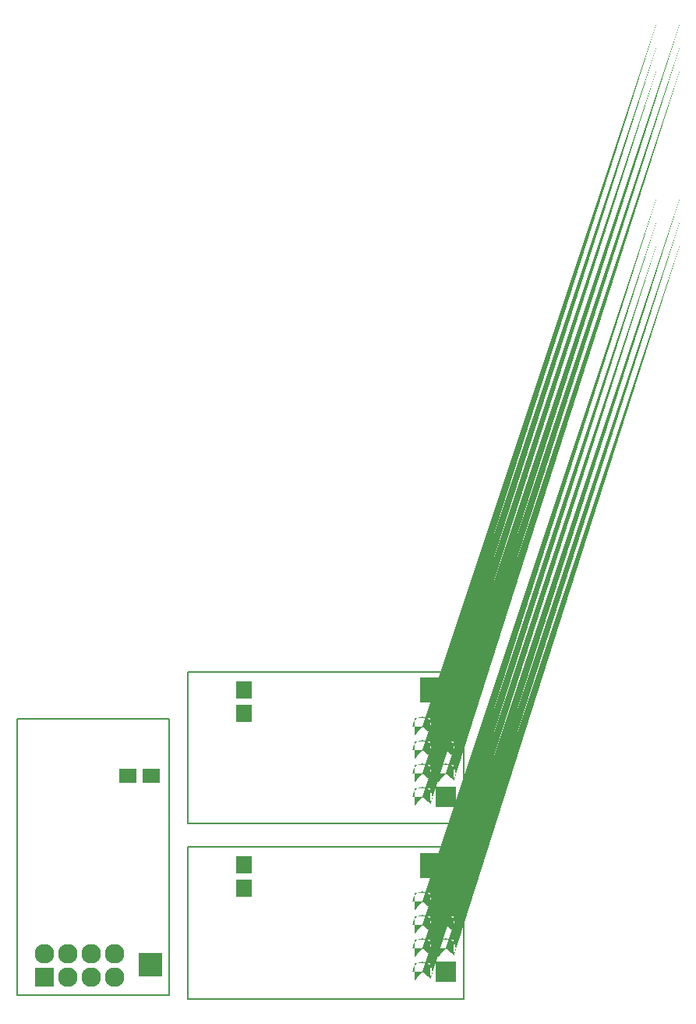
<source format=gts>
%MOIN*%
%OFA0B0*%
%FSLAX46Y46*%
%IPPOS*%
%LPD*%
%AMREC210*
4,1,3,
0.041874015748031505,-0.041874015748031505,
0.041874015748031505,0.041874015748031505,
-0.041874015748031505,0.041874015748031505,
-0.041874015748031505,-0.041874015748031505,
0*
%
%AMOBR220*
4,1,79,
-0.041874015748031505,0.0000000000000000025639592872548832,
-0.041744932132226575,0.0032853974100840932,
-0.0413584771282279,0.006550539252629513,
-0.040717033359644446,0.0097752948424071288,
-0.039824555540611241,0.012939782488865913,
-0.0386865460936616,0.016024492073366519,
-0.037310021225462529,0.019010405335550474,
-0.035703467669567425,0.021879113127239506,
-0.033876790362881666,0.024612928910955689,
-0.0318412513784328,0.027194997803306434,
-0.029609400490945358,0.029609400490945355,
-0.027194997803306434,0.0318412513784328,
-0.024612928910955692,0.033876790362881659,
-0.021879113127239495,0.035703467669567425,
-0.019010405335550474,0.037310021225462529,
-0.016024492073366519,0.0386865460936616,
-0.01293978248886591,0.039824555540611241,
-0.009775294842407127,0.040717033359644446,
-0.0065505392526295112,0.0413584771282279,
-0.00328539741008409,0.041744932132226575,
0,0.041874015748031505,
0.00328539741008409,0.041744932132226575,
0.0065505392526295095,0.0413584771282279,
0.009775294842407127,0.040717033359644446,
0.01293978248886591,0.039824555540611241,
0.016024492073366519,0.0386865460936616,
0.019010405335550474,0.037310021225462529,
0.0218791131272395,0.035703467669567425,
0.024612928910955689,0.033876790362881666,
0.027194997803306434,0.0318412513784328,
0.029609400490945355,0.029609400490945358,
0.031841251378432793,0.027194997803306437,
0.033876790362881659,0.024612928910955692,
0.035703467669567425,0.0218791131272395,
0.037310021225462529,0.019010405335550474,
0.0386865460936616,0.016024492073366519,
0.039824555540611241,0.012939782488865913,
0.040717033359644446,0.0097752948424071288,
0.0413584771282279,0.006550539252629513,
0.041744932132226575,0.0032853974100840923,
0.041874015748031505,0.0000000000000000025639592872548832,
0.041744932132226575,-0.003285397410084088,
0.0413584771282279,-0.0065505392526295078,
0.040717033359644446,-0.0097752948424071236,
0.039824555540611241,-0.012939782488865908,
0.038686546093661608,-0.016024492073366512,
0.037310021225462529,-0.01901040533555047,
0.035703467669567432,-0.0218791131272395,
0.033876790362881666,-0.024612928910955682,
0.0318412513784328,-0.02719499780330643,
0.029609400490945358,-0.029609400490945351,
0.027194997803306423,-0.0318412513784328,
0.024612928910955695,-0.033876790362881659,
0.021879113127239488,-0.035703467669567432,
0.019010405335550477,-0.037310021225462522,
0.01602449207336654,-0.038686546093661595,
0.012939782488865915,-0.039824555540611234,
0.0097752948424071132,-0.040717033359644453,
0.0065505392526295165,-0.0413584771282279,
0.0032853974100841136,-0.041744932132226575,
0.0000000000000000051279185745097657,-0.041874015748031505,
-0.0032853974100841041,-0.041744932132226575,
-0.0065505392526295052,-0.0413584771282279,
-0.0097752948424071028,-0.040717033359644453,
-0.012939782488865905,-0.039824555540611241,
-0.016024492073366529,-0.0386865460936616,
-0.01901040533555047,-0.037310021225462529,
-0.021879113127239481,-0.035703467669567439,
-0.024612928910955682,-0.033876790362881666,
-0.027194997803306441,-0.031841251378432793,
-0.029609400490945351,-0.029609400490945365,
-0.0318412513784328,-0.02719499780330643,
-0.033876790362881652,-0.024612928910955695,
-0.035703467669567432,-0.021879113127239488,
-0.037310021225462522,-0.019010405335550481,
-0.038686546093661595,-0.016024492073366543,
-0.039824555540611234,-0.012939782488865917,
-0.040717033359644453,-0.0097752948424071166,
-0.0413584771282279,-0.0065505392526295182,
-0.041744932132226575,-0.0032853974100841166,
0*
%
%AMREC230*
4,1,3,
0.032480314960629919,-0.037401574803149609,
0.032480314960629926,0.037401574803149609,
-0.032480314960629919,0.037401574803149609,
-0.032480314960629926,-0.037401574803149609,
0*
%
%AMREC240*
4,1,3,
0.0518740157480315,-0.0518740157480315,
0.0518740157480315,0.0518740157480315,
-0.0518740157480315,0.0518740157480315,
-0.0518740157480315,-0.0518740157480315,
0*
%
%AMREC450*
4,1,3,
0.041874015748031505,-0.041874015748031505,
0.041874015748031505,0.041874015748031505,
-0.041874015748031505,0.041874015748031505,
-0.041874015748031505,-0.041874015748031505,
0*
%
%AMOBR460*
4,1,79,
-0.041874015748031505,0.0000000000000000025639592872548832,
-0.041744932132226575,0.0032853974100840932,
-0.0413584771282279,0.006550539252629513,
-0.040717033359644446,0.0097752948424071288,
-0.039824555540611241,0.012939782488865913,
-0.0386865460936616,0.016024492073366519,
-0.037310021225462529,0.019010405335550474,
-0.035703467669567425,0.021879113127239506,
-0.033876790362881666,0.024612928910955689,
-0.0318412513784328,0.027194997803306434,
-0.029609400490945358,0.029609400490945355,
-0.027194997803306434,0.0318412513784328,
-0.024612928910955692,0.033876790362881659,
-0.021879113127239495,0.035703467669567425,
-0.019010405335550474,0.037310021225462529,
-0.016024492073366519,0.0386865460936616,
-0.01293978248886591,0.039824555540611241,
-0.009775294842407127,0.040717033359644446,
-0.0065505392526295112,0.0413584771282279,
-0.00328539741008409,0.041744932132226575,
0,0.041874015748031505,
0.00328539741008409,0.041744932132226575,
0.0065505392526295095,0.0413584771282279,
0.009775294842407127,0.040717033359644446,
0.01293978248886591,0.039824555540611241,
0.016024492073366519,0.0386865460936616,
0.019010405335550474,0.037310021225462529,
0.0218791131272395,0.035703467669567425,
0.024612928910955689,0.033876790362881666,
0.027194997803306434,0.0318412513784328,
0.029609400490945355,0.029609400490945358,
0.031841251378432793,0.027194997803306437,
0.033876790362881659,0.024612928910955692,
0.035703467669567425,0.0218791131272395,
0.037310021225462529,0.019010405335550474,
0.0386865460936616,0.016024492073366519,
0.039824555540611241,0.012939782488865913,
0.040717033359644446,0.0097752948424071288,
0.0413584771282279,0.006550539252629513,
0.041744932132226575,0.0032853974100840923,
0.041874015748031505,0.0000000000000000025639592872548832,
0.041744932132226575,-0.003285397410084088,
0.0413584771282279,-0.0065505392526295078,
0.040717033359644446,-0.0097752948424071236,
0.039824555540611241,-0.012939782488865908,
0.038686546093661608,-0.016024492073366512,
0.037310021225462529,-0.01901040533555047,
0.035703467669567432,-0.0218791131272395,
0.033876790362881666,-0.024612928910955682,
0.0318412513784328,-0.02719499780330643,
0.029609400490945358,-0.029609400490945351,
0.027194997803306423,-0.0318412513784328,
0.024612928910955695,-0.033876790362881659,
0.021879113127239488,-0.035703467669567432,
0.019010405335550477,-0.037310021225462522,
0.01602449207336654,-0.038686546093661595,
0.012939782488865915,-0.039824555540611234,
0.0097752948424071132,-0.040717033359644453,
0.0065505392526295165,-0.0413584771282279,
0.0032853974100841136,-0.041744932132226575,
0.0000000000000000051279185745097657,-0.041874015748031505,
-0.0032853974100841041,-0.041744932132226575,
-0.0065505392526295052,-0.0413584771282279,
-0.0097752948424071028,-0.040717033359644453,
-0.012939782488865905,-0.039824555540611241,
-0.016024492073366529,-0.0386865460936616,
-0.01901040533555047,-0.037310021225462529,
-0.021879113127239481,-0.035703467669567439,
-0.024612928910955682,-0.033876790362881666,
-0.027194997803306441,-0.031841251378432793,
-0.029609400490945351,-0.029609400490945365,
-0.0318412513784328,-0.02719499780330643,
-0.033876790362881652,-0.024612928910955695,
-0.035703467669567432,-0.021879113127239488,
-0.037310021225462522,-0.019010405335550481,
-0.038686546093661595,-0.016024492073366543,
-0.039824555540611234,-0.012939782488865917,
-0.040717033359644453,-0.0097752948424071166,
-0.0413584771282279,-0.0065505392526295182,
-0.041744932132226575,-0.0032853974100841166,
0*
%
%AMREC470*
4,1,3,
0.032480314960629919,-0.037401574803149609,
0.032480314960629926,0.037401574803149609,
-0.032480314960629919,0.037401574803149609,
-0.032480314960629926,-0.037401574803149609,
0*
%
%AMREC480*
4,1,3,
0.0518740157480315,-0.0518740157480315,
0.0518740157480315,0.0518740157480315,
-0.0518740157480315,0.0518740157480315,
-0.0518740157480315,-0.0518740157480315,
0*
%
%ADD10C,0.0039370078740157488*%
%ADD11C,0.005905511811023622*%
%ADD12R,0.083748031496063011X0.083748031496063011*%
%ADD13O,0.083748031496063011X0.083748031496063011*%
%ADD14R,0.074803149606299218X0.064960629921259838*%
%ADD15R,0.103748031496063X0.103748031496063*%
%ADD26C,0.0039370078740157488*%
%ADD27C,0.005905511811023622*%
%ADD28REC210*%
%ADD29OBR220*%
%ADD30REC230*%
%ADD31REC240*%
%ADD42C,0.0039370078740157488*%
%ADD43C,0.005905511811023622*%
%ADD44REC450*%
%ADD45OBR460*%
%ADD46REC470*%
%ADD47REC480*%
%LPD*%
G04 #@! TF.FileFunction,Soldermask,Top*
G04 Gerber Fmt 4.6, Leading zero omitted, Abs format (unit mm)*
G04 Created by KiCad (PCBNEW 4.0.1-3.201512221401+6198~38~ubuntu15.10.1-stable) date søn 24 jan 2016 12:57:00 CET*
G01*
G04 APERTURE LIST*
G04 APERTURE END LIST*
D10*
D11*
X0000016204Y0001696850D02*
X0000016204Y0000515748D01*
X0000664204Y0001696850D02*
X0000016204Y0001696850D01*
X0000664204Y0000515748D02*
X0000664204Y0001696850D01*
X0000016204Y0000515748D02*
X0000664204Y0000515748D01*
D12*
X0000132204Y0000592125D03*
D13*
X0000132204Y0000692125D03*
X0000232204Y0000592125D03*
X0000232204Y0000692125D03*
X0000332203Y0000592125D03*
X0000332203Y0000692125D03*
X0000432204Y0000592125D03*
X0000432204Y0000692125D03*
D14*
X0000587417Y0001454125D03*
X0000488992Y0001454125D03*
D15*
X0000586204Y0000648125D03*
G04 #@! TF.FileFunction,Soldermask,Top*
G04 Gerber Fmt 4.6, Leading zero omitted, Abs format (unit mm)*
G04 Created by KiCad (PCBNEW 4.0.1-3.201512221401+6198~38~ubuntu15.10.1-stable) date søn 24 jan 2016 12:57:00 CET*
G01*
G04 APERTURE LIST*
G04 APERTURE END LIST*
D26*
D27*
X0000744094Y0000500456D02*
X0001925196Y0000500456D01*
X0000744094Y0001148456D02*
X0000744094Y0000500456D01*
X0001925196Y0001148456D02*
X0000744094Y0001148456D01*
X0001925196Y0000500456D02*
X0001925196Y0001148456D01*
D28*
X0001848818Y0000616456D03*
D29*
X0001748818Y0000616456D03*
X0001848818Y0000716456D03*
X0001748818Y0000716456D03*
X0001848818Y0000816455D03*
X0001748818Y0000816455D03*
X0001848818Y0000916456D03*
X0001748818Y0000916456D03*
D30*
X0000986818Y0001071669D03*
X0000986818Y0000973244D03*
D31*
X0001792818Y0001070456D03*
G04 #@! TF.FileFunction,Soldermask,Top*
G04 Gerber Fmt 4.6, Leading zero omitted, Abs format (unit mm)*
G04 Created by KiCad (PCBNEW 4.0.1-3.201512221401+6198~38~ubuntu15.10.1-stable) date søn 24 jan 2016 12:57:00 CET*
G01*
G04 APERTURE LIST*
G04 APERTURE END LIST*
D42*
D43*
X0000744094Y0001248488D02*
X0001925196Y0001248488D01*
X0000744094Y0001896488D02*
X0000744094Y0001248488D01*
X0001925196Y0001896488D02*
X0000744094Y0001896488D01*
X0001925196Y0001248488D02*
X0001925196Y0001896488D01*
D44*
X0001848818Y0001364488D03*
D45*
X0001748818Y0001364488D03*
X0001848818Y0001464488D03*
X0001748818Y0001464488D03*
X0001848818Y0001564488D03*
X0001748818Y0001564488D03*
X0001848818Y0001664488D03*
X0001748818Y0001664488D03*
D46*
X0000986818Y0001819700D03*
X0000986818Y0001721275D03*
D47*
X0001792818Y0001818488D03*
M02*

</source>
